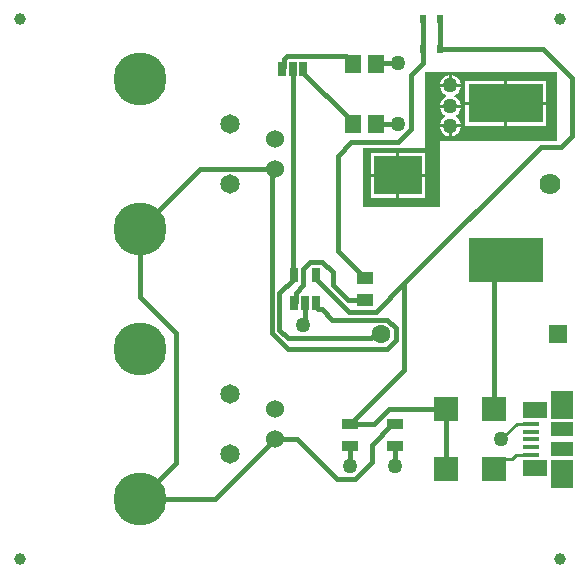
<source format=gtl>
G04*
G04 #@! TF.GenerationSoftware,Altium Limited,Altium Designer,22.5.1 (42)*
G04*
G04 Layer_Physical_Order=1*
G04 Layer_Color=255*
%FSLAX43Y43*%
%MOMM*%
G71*
G04*
G04 #@! TF.SameCoordinates,A77E8290-A955-47A2-8026-EEB05ABB935E*
G04*
G04*
G04 #@! TF.FilePolarity,Positive*
G04*
G01*
G75*
%ADD12C,0.254*%
%ADD17R,0.600X0.800*%
%ADD18R,0.635X1.270*%
%ADD19R,4.060X3.300*%
%ADD20R,6.350X3.810*%
%ADD21R,6.350X3.300*%
%ADD22R,1.350X1.550*%
%ADD23R,0.700X1.300*%
%ADD24R,1.450X1.050*%
%ADD25R,2.000X2.000*%
%ADD26R,1.380X0.450*%
%ADD27R,2.100X1.475*%
%ADD28R,1.900X2.375*%
%ADD29R,1.900X1.175*%
%ADD30R,1.400X0.950*%
%ADD45C,1.780*%
%ADD46C,1.524*%
%ADD49C,0.381*%
%ADD50C,4.500*%
%ADD51C,1.650*%
%ADD52R,1.600X1.600*%
%ADD53C,1.600*%
%ADD54C,1.000*%
%ADD55C,1.270*%
G36*
X73406Y63373D02*
X63500D01*
Y57785D01*
X57023D01*
Y62738D01*
X62230D01*
Y69215D01*
X73406D01*
Y63373D01*
D02*
G37*
%LPC*%
G36*
X64516Y68958D02*
Y68199D01*
X65275D01*
X65217Y68415D01*
X65100Y68618D01*
X64935Y68783D01*
X64732Y68900D01*
X64516Y68958D01*
D02*
G37*
G36*
X64262D02*
X64046Y68900D01*
X63843Y68783D01*
X63678Y68618D01*
X63561Y68415D01*
X63503Y68199D01*
X64262D01*
Y68958D01*
D02*
G37*
G36*
X72499Y68454D02*
X69197D01*
Y66677D01*
X72499D01*
Y68454D01*
D02*
G37*
G36*
X68943D02*
X65641D01*
Y66677D01*
X68943D01*
Y68454D01*
D02*
G37*
G36*
X65275Y67945D02*
X63503D01*
X63561Y67729D01*
X63678Y67526D01*
X63843Y67361D01*
X64034Y67251D01*
X64044Y67183D01*
X64034Y67115D01*
X63843Y67005D01*
X63678Y66840D01*
X63561Y66637D01*
X63503Y66421D01*
X65275D01*
X65217Y66637D01*
X65100Y66840D01*
X64935Y67005D01*
X64744Y67115D01*
X64734Y67183D01*
X64744Y67251D01*
X64935Y67361D01*
X65100Y67526D01*
X65217Y67729D01*
X65275Y67945D01*
D02*
G37*
G36*
Y66167D02*
X63503D01*
X63561Y65951D01*
X63678Y65748D01*
X63843Y65583D01*
X63931Y65532D01*
Y65405D01*
X63843Y65354D01*
X63678Y65189D01*
X63561Y64986D01*
X63503Y64770D01*
X65275D01*
X65217Y64986D01*
X65100Y65189D01*
X64935Y65354D01*
X64847Y65405D01*
Y65532D01*
X64935Y65583D01*
X65100Y65748D01*
X65217Y65951D01*
X65275Y66167D01*
D02*
G37*
G36*
X72499Y66423D02*
X69197D01*
Y64646D01*
X72499D01*
Y66423D01*
D02*
G37*
G36*
X68943D02*
X65641D01*
Y64646D01*
X68943D01*
Y66423D01*
D02*
G37*
G36*
X65275Y64516D02*
X64516D01*
Y63757D01*
X64732Y63815D01*
X64935Y63932D01*
X65100Y64097D01*
X65217Y64300D01*
X65275Y64516D01*
D02*
G37*
G36*
X64262D02*
X63503D01*
X63561Y64300D01*
X63678Y64097D01*
X63843Y63932D01*
X64046Y63815D01*
X64262Y63757D01*
Y64516D01*
D02*
G37*
G36*
X62214Y62354D02*
X60057D01*
Y60577D01*
X62214D01*
Y62354D01*
D02*
G37*
G36*
X59803D02*
X57646D01*
Y60577D01*
X59803D01*
Y62354D01*
D02*
G37*
G36*
X62214Y60323D02*
X60057D01*
Y58546D01*
X62214D01*
Y60323D01*
D02*
G37*
G36*
X59803D02*
X57646D01*
Y58546D01*
X59803D01*
Y60323D01*
D02*
G37*
%LPD*%
D12*
X68913Y36433D02*
X69614D01*
X69980Y36800D01*
X68040Y35560D02*
X68913Y36433D01*
X69980Y36800D02*
X71200D01*
X70007Y39400D02*
X71200D01*
X68707Y38100D02*
X70007Y39400D01*
D17*
X63500Y73660D02*
D03*
X62050D02*
D03*
X63500Y71120D02*
D03*
X62050D02*
D03*
D18*
X50165Y69469D02*
D03*
X51054D02*
D03*
X51943D02*
D03*
D19*
X59930Y60450D02*
D03*
D20*
X69070Y53260D02*
D03*
D21*
Y66550D02*
D03*
D22*
X56175Y69850D02*
D03*
X58125D02*
D03*
X56175Y64770D02*
D03*
X58125D02*
D03*
D23*
X51120Y52000D02*
D03*
X53020D02*
D03*
Y49600D02*
D03*
X52070D02*
D03*
X51120D02*
D03*
D24*
X57150Y49875D02*
D03*
Y51725D02*
D03*
D25*
X68040Y40640D02*
D03*
X64040D02*
D03*
X68040Y35560D02*
D03*
X64040D02*
D03*
D26*
X71200Y36800D02*
D03*
Y37450D02*
D03*
Y38100D02*
D03*
Y38750D02*
D03*
Y39400D02*
D03*
D27*
X71560Y35638D02*
D03*
Y40562D02*
D03*
D28*
X73860Y35188D02*
D03*
Y41013D02*
D03*
D29*
Y37263D02*
D03*
Y38938D02*
D03*
D30*
X59690Y39370D02*
D03*
Y37520D02*
D03*
X55880Y39370D02*
D03*
Y37520D02*
D03*
D45*
X72830Y59690D02*
D03*
D46*
X49530Y60960D02*
D03*
Y63500D02*
D03*
Y38100D02*
D03*
Y40640D02*
D03*
D49*
X49276Y47111D02*
Y60165D01*
X50641Y45745D02*
X59055D01*
X49276Y47111D02*
X50641Y45745D01*
X54386Y48235D02*
X59055D01*
X53479Y49140D02*
X54386Y48235D01*
X53180Y49140D02*
X53479D01*
X59055Y45745D02*
X59785Y46475D01*
Y47505D01*
X59055Y48235D02*
X59785Y47505D01*
X53020Y49300D02*
Y49600D01*
Y49300D02*
X53180Y49140D01*
X38100Y33020D02*
X44450D01*
X38100Y55880D02*
X43180Y60960D01*
X49311Y60201D02*
Y60741D01*
X49530Y60960D01*
X49276Y60165D02*
X49311Y60201D01*
X58059Y48905D02*
X60452Y51298D01*
X72019Y62865D01*
X60452Y43942D02*
Y51298D01*
X53020Y51700D02*
X55814Y48905D01*
X58059D01*
X52070Y47882D02*
Y49600D01*
X51940Y47752D02*
X52070Y47882D01*
X50612Y46673D02*
X57707D01*
X49911Y47374D02*
Y50491D01*
X55743Y49875D02*
X57150D01*
X54413Y51205D02*
Y52236D01*
Y51205D02*
X55743Y49875D01*
X49911Y50491D02*
X51120Y51700D01*
X49911Y47374D02*
X50612Y46673D01*
X55880Y39370D02*
X60452Y43942D01*
X58307Y46757D02*
X58540Y46990D01*
X57792Y46757D02*
X58307D01*
X57707Y46673D02*
X57792Y46757D01*
X57886Y39370D02*
X59156Y40640D01*
X64040D01*
X55880Y39370D02*
X57886D01*
X51120Y51700D02*
Y52000D01*
X53554Y53095D02*
X54413Y52236D01*
X51915Y51166D02*
Y52523D01*
X51276Y50527D02*
X51915Y51166D01*
Y52523D02*
X52486Y53095D01*
X72019Y62865D02*
X73787D01*
X52486Y53095D02*
X53554D01*
X51276Y49756D02*
Y50527D01*
X53020Y51700D02*
Y52000D01*
X51120Y49600D02*
X51276Y49756D01*
X54864Y54011D02*
X56616Y52259D01*
X54864Y54011D02*
Y62103D01*
X73787Y62865D02*
X74676Y63754D01*
Y68707D01*
X72263Y71120D02*
X74676Y68707D01*
X63500Y71120D02*
X72263D01*
X56616Y52060D02*
Y52259D01*
X56950Y51725D02*
X57150D01*
X56616Y52060D02*
X56950Y51725D01*
X54864Y62103D02*
X56006Y63245D01*
X59945D01*
X61087Y64386D01*
Y68961D01*
X62050Y69924D02*
Y71120D01*
X61087Y68961D02*
X62050Y69924D01*
Y71120D02*
Y73660D01*
X63500Y71120D02*
Y73660D01*
X58125Y64770D02*
X59944D01*
X55690Y65255D02*
Y65404D01*
X51087Y52033D02*
Y69436D01*
X51943Y69151D02*
X55690Y65404D01*
X58252Y69977D02*
X59944D01*
X51054Y69469D02*
X51087Y69436D01*
Y52033D02*
X51120Y52000D01*
X51943Y69151D02*
Y69469D01*
X55690Y65255D02*
X56175Y64770D01*
X50552Y70549D02*
X55576D01*
X56175Y69950D01*
X50165Y69469D02*
X50292Y69596D01*
Y70288D01*
X50552Y70549D01*
X56175Y69850D02*
Y69950D01*
X41148Y36068D02*
Y47117D01*
X38100Y33020D02*
X41148Y36068D01*
X38100Y50165D02*
X41148Y47117D01*
X38100Y50165D02*
Y55880D01*
X43180Y60960D02*
X49530D01*
X56327Y34735D02*
X57754Y36161D01*
X55880Y35814D02*
Y37520D01*
X54766Y34735D02*
X56327D01*
X68040Y52230D02*
X69070Y53260D01*
X68040Y40640D02*
Y52230D01*
X64040Y35560D02*
Y40640D01*
X59465Y39370D02*
X59690D01*
X57754Y37659D02*
X59465Y39370D01*
X57754Y36161D02*
Y37659D01*
X51400Y38100D02*
X54766Y34735D01*
X49530Y38100D02*
X51400D01*
X59690Y35814D02*
Y37520D01*
X58125Y69850D02*
X58252Y69977D01*
X44450Y33020D02*
X49530Y38100D01*
D50*
X38100Y33020D02*
D03*
Y45720D02*
D03*
Y55880D02*
D03*
Y68580D02*
D03*
D51*
X45720Y41910D02*
D03*
Y36830D02*
D03*
Y64770D02*
D03*
Y59690D02*
D03*
D52*
X73540Y46990D02*
D03*
D53*
X58540D02*
D03*
D54*
X73660Y73660D02*
D03*
Y27940D02*
D03*
X27940Y73660D02*
D03*
Y27940D02*
D03*
D55*
X51940Y47752D02*
D03*
X64389Y66294D02*
D03*
Y68072D02*
D03*
Y64643D02*
D03*
X59944Y64770D02*
D03*
Y69977D02*
D03*
X55880Y35814D02*
D03*
X59690D02*
D03*
X68707Y38100D02*
D03*
M02*

</source>
